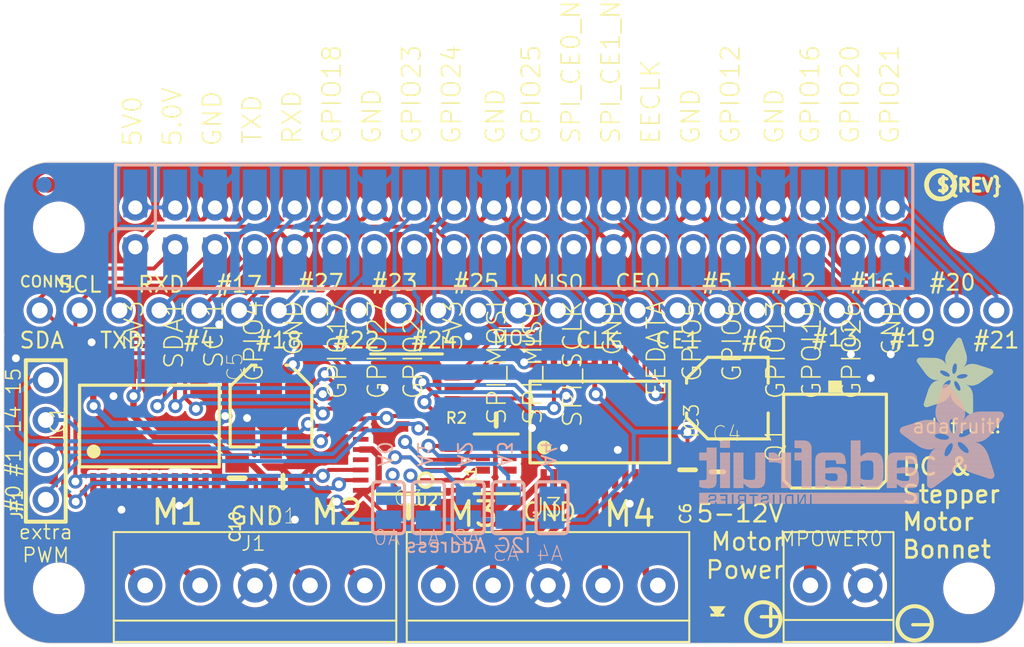
<source format=kicad_pcb>
(kicad_pcb (version 20221018) (generator pcbnew)
  (layers (0 "F.Cu" signal) (31 "B.Cu" signal) (34 "B.Paste" user) (35 "F.Paste" user) (36 "B.SilkS" user "B.Silkscreen") (37 "F.SilkS" user "F.Silkscreen") (38 "B.Mask" user) (39 "F.Mask" user) (44 "Edge.Cuts" user))
  (net 0 "")
  (net 1 "5.0V")
  (net 2 "SDA")
  (net 3 "SCL")
  (net 4 "GPIO4")
  (net 5 "GPIO17")
  (net 6 "GPIO27")
  (net 7 "GPIO22")
  (net 8 "SPI_MOSI")
  (net 9 "SPI_MISO")
  (net 10 "SPI_SCLK")
  (net 11 "GPIO5")
  (net 12 "GPIO6")
  (net 13 "GPIO13")
  (net 14 "GPIO19")
  (net 15 "GPIO26")
  (net 16 "3.3V")
  (net 17 "GND")
  (net 18 "TXD")
  (net 19 "RXD")
  (net 20 "GPIO18")
  (net 21 "GPIO24")
  (net 22 "GPIO25")
  (net 23 "SPI_CE0")
  (net 24 "SPI_CE1")
  (net 25 "EECLK")
  (net 26 "GPIO16")
  (net 27 "GPIO20")
  (net 28 "GPIO21")
  (net 29 "GPIO23")
  (net 30 "EEDATA")
  (net 31 "GPIO12")
  (net 32 "+12V")
  (net 33 "M1A")
  (net 34 "M1B")
  (net 35 "M2B")
  (net 36 "M2A")
  (net 37 "M3A")
  (net 38 "M3B")
  (net 39 "M4B")
  (net 40 "M4A")
  (net 41 "PWM0")
  (net 42 "PWM1")
  (net 43 "PWM2")
  (net 44 "PWM3")
  (net 45 "PWM4")
  (net 46 "PWM5")
  (net 47 "PWM6")
  (net 48 "PWM7")
  (net 49 "PWM8")
  (net 50 "PWM9")
  (net 51 "PWM10")
  (net 52 "PWM11")
  (net 53 "PWM12")
  (net 54 "PWM13")
  (net 55 "PWM14")
  (net 56 "PWM15")
  (net 57 "A0")
  (net 58 "A1")
  (net 59 "A2")
  (net 60 "A3")
  (net 61 "A4")
  (net 62 "VMOTOR")
  (net 63 "N$1")
  (footprint "working:FIDUCIAL_1MM" (layer "F.Cu") (at 180.0091 116.6508)
    (fp_text reference "FID2" hide)
    (fp_text value "FIDUCIAL_1MM" hide)
  )
  (footprint "working:FIDUCIAL_1MM" (layer "F.Cu") (at 117.0171 116.5238)
    (fp_text reference "FID3" hide)
    (fp_text value "FIDUCIAL_1MM" hide)
  )
  (footprint "working:SSOP24" (layer "F.Cu") (at 125.2721 106.4908)
    (fp_text reference "IC1")
    (fp_text value "TB6612FNG")
  )
  (footprint "working:CHIPLED_0805_NOOUTLINE" (layer "F.Cu") (at 161.4671 118.3018 180)
    (fp_text reference "LED1" hide)
    (fp_text value "Green")
  )
  (footprint "working:PCBFEAT-REV-040" (layer "F.Cu") (at 175.6911 91.1238)
    (fp_text reference "U$6" hide)
    (fp_text value "" hide)
  )
  (footprint "working:1X25_ROUND_70MIL" (layer "F.Cu") (at 148.7671 99.1248)
    (fp_text reference "CONN1")
    (fp_text value "HEADER-1X25")
  )
  (footprint "working:0603-NO" (layer "F.Cu") (at 141.7821 111.9518)
    (fp_text reference "C3")
    (fp_text value "0.1uF")
  )
  (footprint "working:PANASONIC_C" (layer "F.Cu") (at 133.0191 105.2208 90)
    (fp_text reference "C5")
    (fp_text value "47uF+/16v")
  )
  (footprint "working:SSOP24" (layer "F.Cu") (at 153.9741 106.2368)
    (fp_text reference "IC3")
    (fp_text value "TB6612FNG")
  )
  (footprint "working:D-PAK_TO252AA" (layer "F.Cu") (at 168.9601 106.6178 180)
    (fp_text reference "Q1")
    (fp_text value "AOD417")
  )
  (footprint "working:0603-NO" (layer "F.Cu") (at 133.7811 110.0468)
    (fp_text reference "C1")
    (fp_text value "0.1uF")
  )
  (footprint "working:FIDUCIAL_1MM" (layer "F.Cu") (at 118.7951 91.1238)
    (fp_text reference "FID1" hide)
    (fp_text value "FIDUCIAL_1MM" hide)
  )
  (footprint "working:PI_BONNET_THMSMT" (layer "F.Cu") (at 116.0011 120.3338)
    (fp_text reference "RPI1" hide)
    (fp_text value "RASPBERRYPI_BPLUS_BONNET_THMSMT" hide)
    (fp_line (start 0 -27.6604) (end 0 -3) (stroke (width 0.05)) (layer "Edge.Cuts"))
    (fp_line (start 3 0) (end 62 0) (stroke (width 0.05)) (layer "Edge.Cuts"))
    (fp_line (start 62 -30.6604) (end 3 -30.6604) (stroke (width 0.05)) (layer "Edge.Cuts"))
    (fp_line (start 65 -3) (end 65 -27.6604) (stroke (width 0.05)) (layer "Edge.Cuts"))
    (fp_arc (start 0 -27.6604) (mid 0.87868 -29.78172) (end 3 -30.6604) (stroke (width 0.05)) (layer "Edge.Cuts"))
    (fp_arc (start 3 0) (mid 0.87868 -0.87868) (end 0 -3) (stroke (width 0.05)) (layer "Edge.Cuts"))
    (fp_arc (start 62 -30.6604) (mid 64.12132 -29.78172) (end 65 -27.6604) (stroke (width 0.05)) (layer "Edge.Cuts"))
    (fp_arc (start 65 -3) (mid 64.12132 -0.87868) (end 62 0) (stroke (width 0.05)) (layer "Edge.Cuts"))
  )
  (footprint "working:0805-NO" (layer "F.Cu") (at 159.5621 109.2848 -90)
    (fp_text reference "C6")
    (fp_text value "10uF")
  )
  (footprint "working:1X05-3.5MM" (layer "F.Cu") (at 132.0031 116.6508)
    (fp_text reference "J1")
    (fp_text value "1X5" hide)
  )
  (footprint "working:ADAFRUIT_5MM" (layer "F.Cu") (at 174.1671 105.7288)
    (fp_text reference "U$51" hide)
    (fp_text value "" hide)
  )
  (footprint "working:0805-NO" (layer "F.Cu") (at 130.8601 109.7928 -90)
    (fp_text reference "C10")
    (fp_text value "10uF")
  )
  (footprint "working:1X2-3.5MM" (layer "F.Cu") (at 169.0871 116.6508)
    (fp_text reference "MPOWER0")
    (fp_text value "1X2-3.5MM" hide)
  )
  (footprint "working:TSSOP28" (layer "F.Cu") (at 141.6551 106.3638 90)
    (fp_text reference "U2")
    (fp_text value "PCA9685")
  )
  (footprint "working:RESPACK_4X0603" (layer "F.Cu") (at 147.3701 108.9038 90)
    (fp_text reference "R1")
    (fp_text value "10K")
  )
  (footprint "working:1X04_ROUND" (layer "F.Cu") (at 118.6681 107.3798 90)
    (fp_text reference "JP1")
    (fp_text value "")
  )
  (footprint "working:1X05-3.5MM" (layer "F.Cu") (at 150.6721 116.6508)
    (fp_text reference "J3")
    (fp_text value "1X5" hide)
  )
  (footprint "working:0603-NO" (layer "F.Cu") (at 161.4671 109.4118 90)
    (fp_text reference "R7" hide)
    (fp_text value "1K")
  )
  (footprint "working:0603-NO" (layer "F.Cu") (at 147.3701 106.1098 180)
    (fp_text reference "R2")
    (fp_text value "10K")
  )
  (footprint "working:PANASONIC_C" (layer "F.Cu") (at 162.1021 104.7128 180)
    (fp_text reference "C4")
    (fp_text value "47uF/16v")
  )
  (footprint "working:SOLDERJUMPER_REFLOW_NOPASTE" (layer "B.Cu") (at 140.5121 111.6978 90)
    (fp_text reference "A0")
    (fp_text value "" hide)
  )
  (footprint "working:SOLDERJUMPER_REFLOW_NOPASTE" (layer "B.Cu") (at 148.1321 111.6978 -90)
    (fp_text reference "A3")
    (fp_text value "" hide)
  )
  (footprint "working:SOLDERJUMPER_REFLOW_NOPASTE" (layer "B.Cu") (at 150.9261 111.6978 -90)
    (fp_text reference "A4")
    (fp_text value "" hide)
  )
  (footprint "working:ADAFRUIT_TEXT_20MM" (layer "B.Cu") (at 179.8821 111.4438 180)
    (fp_text reference "U$8" hide)
    (fp_text value "" hide)
  )
  (footprint "working:SOLDERJUMPER_REFLOW_NOPASTE" (layer "B.Cu") (at 143.0521 111.6978 90)
    (fp_text reference "A1")
    (fp_text value "" hide)
  )
  (footprint "working:SOLDERJUMPER_REFLOW_NOPASTE" (layer "B.Cu") (at 145.5921 111.6978 90)
    (fp_text reference "A2")
    (fp_text value "" hide)
  )
  (gr_circle (center 164.3881 118.8098) (end 165.4805 118.8098) (stroke (width 0.254)) (fill none) (layer "F.SilkS"))
  (gr_circle (center 174.0401 119.0638) (end 175.1325 119.0638) (stroke (width 0.254)) (fill none) (layer "F.SilkS"))
  (gr_line (start 117.3981 112.5868) (end 119.9381 112.5868) (stroke (width 0.254)) (layer "F.SilkS"))
  (gr_line (start 117.3981 102.2998) (end 117.3981 112.5868) (stroke (width 0.254)) (layer "F.SilkS"))
  (gr_line (start 119.9381 112.5868) (end 119.9381 102.2998) (stroke (width 0.254)) (layer "F.SilkS"))
  (gr_line (start 119.9381 102.2998) (end 117.3981 102.2998) (stroke (width 0.254)) (layer "F.SilkS"))
  (gr_line (start 116.0011 100.7758) (end 116.0011 100.6488) (stroke (width 0.05)) (layer "Edge.Cuts"))
  (gr_text "A1" (at 142.7981 108.2688 -90) (layer "B.SilkS") (effects (font (size 0.89408 0.89408) (thickness 0.12192)) (justify mirror)))
  (gr_text "A2" (at 145.3381 108.2688 -90) (layer "B.SilkS") (effects (font (size 0.89408 0.89408) (thickness 0.12192)) (justify mirror)))
  (gr_text "A3" (at 147.8781 108.2688 -90) (layer "B.SilkS") (effects (font (size 0.89408 0.89408) (thickness 0.12192)) (justify mirror)))
  (gr_text "A4" (at 150.6721 108.2688 -90) (layer "B.SilkS") (effects (font (size 0.89408 0.89408) (thickness 0.12192)) (justify mirror)))
  (gr_text "A0" (at 140.2581 108.2688 -90) (layer "B.SilkS") (effects (font (size 0.89408 0.89408) (thickness 0.12192)) (justify mirror)))
  (gr_text "I2C Address" (at 145.5921 114.1108) (layer "B.SilkS") (effects (font (size 0.89408 0.89408) (thickness 0.12192)) (justify mirror)))
  (gr_text "#23" (at 140.8931 97.3468) (layer "F.SilkS") (effects (font (size 1.00584 1.00584) (thickness 0.13716))))
  (gr_text "adafruit!" (at 179.6281 105.9828) (layer "F.SilkS") (effects (font (size 0.89408 0.89408) (thickness 0.12192)) (justify right top)))
  (gr_text "#5" (at 161.4671 97.3468) (layer "F.SilkS") (effects (font (size 1.00584 1.00584) (thickness 0.13716))))
  (gr_text "M1" (at 128.8281 111.0628) (layer "F.SilkS") (effects (font (size 1.56464 1.56464) (thickness 0.21336)) (justify right top)))
  (gr_text "15" (at 117.1441 104.5858 90) (layer "F.SilkS") (effects (font (size 0.9144 0.9144) (thickness 0.1016)) (justify left bottom)))
  (gr_text "MISO" (at 151.3071 97.3468) (layer "F.SilkS") (effects (font (size 0.89408 0.89408) (thickness 0.12192))))
  (gr_text "MOSI" (at 148.7671 100.9028) (layer "F.SilkS") (effects (font (size 0.89408 0.89408) (thickness 0.12192))))
  (gr_text "extra\nPWM" (at 118.6681 113.9838) (layer "F.SilkS") (effects (font (size 0.9144 0.9144) (thickness 0.1016))))
  (gr_text "#16" (at 171.3731 97.3468) (layer "F.SilkS") (effects (font (size 1.00584 1.00584) (thickness 0.13716))))
  (gr_text "#1" (at 117.1441 109.7928 90) (layer "F.SilkS") (effects (font (size 0.9144 0.9144) (thickness 0.1016)) (justify left bottom)))
  (gr_text "#12" (at 166.2931 97.3468) (layer "F.SilkS") (effects (font (size 1.00584 1.00584) (thickness 0.13716))))
  (gr_text "TXD" (at 123.4941 101.0298) (layer "F.SilkS") (effects (font (size 1.00584 1.00584) (thickness 0.13716))))
  (gr_text "SCL" (at 120.8271 97.4738) (layer "F.SilkS") (effects (font (size 1.00584 1.00584) (thickness 0.13716))))
  (gr_text "#25" (at 146.1001 97.3468) (layer "F.SilkS") (effects (font (size 1.00584 1.00584) (thickness 0.13716))))
  (gr_text "#20" (at 176.4531 97.3468) (layer "F.SilkS") (effects (font (size 1.00584 1.00584) (thickness 0.13716))))
  (gr_text "CLK" (at 153.8471 101.0298) (layer "F.SilkS") (effects (font (size 1.00584 1.00584) (thickness 0.13716))))
  (gr_text "CE0" (at 156.3871 97.3468) (layer "F.SilkS") (effects (font (size 1.00584 1.00584) (thickness 0.13716))))
  (gr_text "RXD" (at 126.0341 97.4738) (layer "F.SilkS") (effects (font (size 1.00584 1.00584) (thickness 0.13716))))
  (gr_text "+" (at 163.7531 119.4448) (layer "F.SilkS") (effects (font (size 1.56464 1.56464) (thickness 0.21336)) (justify left bottom)))
  (gr_text "#17" (at 130.9871 97.4738) (layer "F.SilkS") (effects (font (size 1.00584 1.00584) (thickness 0.13716))))
  (gr_text "M3" (at 147.6241 111.1898) (layer "F.SilkS") (effects (font (size 1.56464 1.56464) (thickness 0.21336)) (justify right top)))
  (gr_text "#0" (at 117.1441 112.0788 90) (layer "F.SilkS") (effects (font (size 0.9144 0.9144) (thickness 0.1016)) (justify left bottom)))
  (gr_text "GND" (at 133.9081 111.5708) (layer "F.SilkS") (effects (font (size 1.1176 1.1176) (thickness 0.1524)) (justify right top)))
  (gr_text "-" (at 173.4051 119.9528) (layer "F.SilkS") (effects (font (size 1.56464 1.56464) (thickness 0.21336)) (justify left bottom)))
  (gr_text "#21" (at 179.2471 101.0298) (layer "F.SilkS") (effects (font (size 1.00584 1.00584) (thickness 0.13716))))
  (gr_text "SDA" (at 118.4141 101.0298) (layer "F.SilkS") (effects (font (size 1.00584 1.00584) (thickness 0.13716))))
  (gr_text "#18" (at 133.5271 101.0298) (layer "F.SilkS") (effects (font (size 1.00584 1.00584) (thickness 0.13716))))
  (gr_text "5-12V\nMotor\nPower" (at 165.7851 113.8568) (layer "F.SilkS") (effects (font (size 1.1176 1.1176) (thickness 0.1524)) (justify right)))
  (gr_text "#27" (at 136.1941 97.3468) (layer "F.SilkS") (effects (font (size 1.00584 1.00584) (thickness 0.13716))))
  (gr_text "CE1" (at 158.9271 101.0298) (layer "F.SilkS") (effects (font (size 1.00584 1.00584) (thickness 0.13716))))
  (gr_text "DC &\nStepper\nMotor\nBonnet" (at 173.1511 114.9998) (layer "F.SilkS") (effects (font (size 1.0922 1.0922) (thickness 0.1778)) (justify left bottom)))
  (gr_text "#19" (at 173.9131 100.9028) (layer "F.SilkS") (effects (font (size 1.00584 1.00584) (thickness 0.13716))))
  (gr_text "GND" (at 152.5771 111.3168) (layer "F.SilkS") (effects (font (size 1.1176 1.1176) (thickness 0.1524)) (justify right top)))
  (gr_text "M2" (at 138.9881 111.0628) (layer "F.SilkS") (effects (font (size 1.56464 1.56464) (thickness 0.21336)) (justify right top)))
  (gr_text "#24" (at 143.4331 101.0298) (layer "F.SilkS") (effects (font (size 1.00584 1.00584) (thickness 0.13716))))
  (gr_text "#4" (at 128.4471 101.0298) (layer "F.SilkS") (effects (font (size 1.00584 1.00584) (thickness 0.13716))))
  (gr_text "M4" (at 157.6571 111.1898) (layer "F.SilkS") (effects (font (size 1.56464 1.56464) (thickness 0.21336)) (justify right top)))
  (gr_text "14" (at 117.1441 106.9988 90) (layer "F.SilkS") (effects (font (size 0.9144 0.9144) (thickness 0.1016)) (justify left bottom)))
  (gr_text "#13" (at 168.9601 100.9028) (layer "F.SilkS") (effects (font (size 1.00584 1.00584) (thickness 0.13716))))
  (gr_text "#22" (at 138.4801 101.0298) (layer "F.SilkS") (effects (font (size 1.00584 1.00584) (thickness 0.13716))))
  (gr_text "#6" (at 164.0071 101.0298) (layer "F.SilkS") (effects (font (size 1.00584 1.00584) (thickness 0.13716))))
  (segment (start 124.3711 91.6768) (end 124.3707 91.6764) (width 0.254) (layer "B.Cu") (net 1))
  (segment (start 125.2581 92.5638) (end 124.3707 91.6764) (width 0.254) (layer "B.Cu") (net 1))
  (segment (start 124.3711 91.6768) (end 124.3711 92.5638) (width 0.254) (layer "B.Cu") (net 1))
  (segment (start 126.9111 92.5638) (end 125.2581 92.5638) (width 0.254) (layer "B.Cu") (net 1))
  (segment (start 126.9111 91.6768) (end 126.9111 92.5638) (width 0.254) (layer "B.Cu") (net 1))
  (segment (start 126.9111 91.6768) (end 126.9107 91.6764) (width 0.254) (layer "B.Cu") (net 1))
  (segment (start 120.09835 109.37855) (end 119.77215 109.70475) (width 0.254) (layer "F.Cu") (net 2))
  (segment (start 118.5411 99.1248) (end 118.2871 99.1248) (width 0.254) (layer "F.Cu") (net 2))
  (segment (start 125.5571 96.4578) (end 120.1921 96.4578) (width 0.254) (layer "F.Cu") (net 2))
  (segment (start 119.77215 110.51585) (end 120.5731 111.3168) (width 0.254) (layer "F.Cu") (net 2))
  (segment (start 138.7373 109.9388) (end 137.617312 109.9388) (width 0.254) (layer "F.Cu") (net 2))
  (segment (start 119.77215 109.70475) (end 119.77215 110.51585) (width 0.254) (layer "F.Cu") (net 2))
  (segment (start 120.09835 100.68205) (end 120.09835 109.37855) (width 0.254) (layer "F.Cu") (net 2))
  (segment (start 137.617312 109.9388) (end 137.348912 110.2072) (width 0.254) (layer "F.Cu") (net 2))
  (segment (start 120.1921 96.4578) (end 118.2871 98.3628) (width 0.254) (layer "F.Cu") (net 2))
  (segment (start 126.9111 95.1038) (end 125.5571 96.4578) (width 0.254) (layer "F.Cu") (net 2))
  (segment (start 118.2871 98.3628) (end 118.2871 99.1248) (width 0.254) (layer "F.Cu") (net 2))
  (segment (start 118.5411 99.1248) (end 120.09835 100.68205) (width 0.254) (layer "F.Cu") (net 2))
  (via (at 120.5731 111.3168) (size 0.9064) (drill 0.5) (layers "F.Cu" "B.Cu") (net 2))
  (via (at 137.348912 110.2072) (size 0.9064) (drill 0.5) (layers "F.Cu" "B.Cu") (net 2))
  (segment (start 135.6353 110.123) (end 121.6399 110.123) (width 0.254) (layer "B.Cu") (net 2))
  (segment (start 135.6353 110.123) (end 135.961496 110.449197) (width 0.254) (layer "B.Cu") (net 2))
  (segment (start 135.961496 110.449197) (end 137.106915 110.449197) (width 0.254) (layer "B.Cu") (net 2))
  (segment (start 120.5731 111.3168) (end 120.4461 111.3168) (width 0.254) (layer "B.Cu") (net 2))
  (segment (start 137.106915 110.449197) (end 137.348912 110.2072) (width 0.254) (layer "B.Cu") (net 2))
  (segment (start 121.6399 110.123) (end 120.4461 111.3168) (width 0.254) (layer "B.Cu") (net 2))
  (segment (start 126.9111 95.994) (end 126.9107 95.9944) (width 0.254) (layer "B.Cu") (net 2))
  (segment (start 126.9111 95.1038) (end 126.9111 95.994) (width 0.254) (layer "B.Cu") (net 2))
  (segment (start 138.7373 109.2888) (end 136.6981 109.2888) (width 0.254) (layer "F.Cu") (net 3))
  (segment (start 136.6981 109.2888) (end 136.3211 109.6658) (width 0.254) (layer "F.Cu") (net 3))
  (segment (start 122.3511 97.0928) (end 120.8271 98.6168) (width 0.254) (layer "F.Cu") (net 3))
  (segment (start 120.8271 99.1248) (end 120.55555 99.39635) (width 0.254) (layer "F.Cu") (net 3))
  (segment (start 120.55555 99.39635) (end 120.55555 110.02925) (width 0.254) (layer "F.Cu") (net 3))
  (segment (start 120.8271 98.6168) (end 120.8271 99.1248) (width 0.254) (layer "F.Cu") (net 3))
  (segment (start 129.4511 95.1038) (end 127.4621 97.0928) (width 0.254) (layer "F.Cu") (net 3))
  (segment (start 127.4621 97.0928) (end 122.3511 97.0928) (width 0.254) (layer "F.Cu") (net 3))
  (via (at 136.3211 109.6658) (size 0.9064) (drill 0.5) (layers "F.Cu" "B.Cu") (net 3))
  (via (at 120.55555 110.02925) (size 0.9064) (drill 0.5) (layers "F.Cu" "B.Cu") (net 3))
  (segment (start 129.4511 95.994) (end 129.4507 95.9944) (width 0.254) (layer "B.Cu") (net 3))
  (segment (start 136.3211 109.6658) (end 120.919 109.6658) (width 0.254) (layer "B.Cu") (net 3))
  (segment (start 120.919 109.6658) (end 120.55555 110.02925) (width 0.254) (layer "B.Cu") (net 3))
  (segment (start 129.4511 95.1038) (end 129.4511 95.994) (width 0.254) (layer "B.Cu") (net 3))
  (segment (start 131.9911 95.1038) (end 131.9911 95.5808) (width 0.254) (layer "F.Cu") (net 4))
  (segment (start 131.9911 95.5808) (end 128.4471 99.1248) (width 0.254) (layer "F.Cu") (net 4))
  (segment (start 131.9907 95.1042) (end 131.9907 95.9944) (width 0.254) (layer "B.Cu") (net 4))
  (segment (start 131.9911 95.1038) (end 131.9907 95.1042) (width 0.254) (layer "B.Cu") (net 4))
  (segment (start 137.0711 97.1048) (end 136.3211 97.8548) (width 0.254) (layer "F.Cu") (net 5))
  (segment (start 137.0711 95.1038) (end 137.0711 97.1048) (width 0.254) (layer "F.Cu") (net 5))
  (segment (start 132.2571 97.8548) (end 130.9871 99.1248) (width 0.254) (layer "F.Cu") (net 5))
  (segment (start 136.3211 97.8548) (end 132.2571 97.8548) (width 0.254) (layer "F.Cu") (net 5))
  (segment (start 137.0707 95.1042) (end 137.0707 95.9944) (width 0.254) (layer "B.Cu") (net 5))
  (segment (start 137.0711 95.1038) (end 137.0707 95.1042) (width 0.254) (layer "B.Cu") (net 5))
  (segment (start 139.6107 95.9944) (end 139.6107 96.3432) (width 0.254) (layer "B.Cu") (net 6))
  (segment (start 139.6107 95.1042) (end 139.6107 95.9944) (width 0.254) (layer "B.Cu") (net 6))
  (segment (start 139.6107 96.3432) (end 136.8291 99.1248) (width 0.254) (layer "B.Cu") (net 6))
  (segment (start 139.6111 95.1038) (end 139.6107 95.1042) (width 0.254) (layer "B.Cu") (net 6))
  (segment (start 136.8291 99.1248) (end 136.0671 99.1248) (width 0.254) (layer "B.Cu") (net 6))
  (segment (start 142.4171 98.3628) (end 142.4171 99.7598) (width 0.254) (layer "B.Cu") (net 7))
  (segment (start 139.8771 100.3948) (end 138.6071 99.1248) (width 0.254) (layer "B.Cu") (net 7))
  (segment (start 142.4171 99.7598) (end 141.7821 100.3948) (width 0.254) (layer "B.Cu") (net 7))
  (segment (start 142.1507 95.1042) (end 142.1507 95.9944) (width 0.2032) (layer "B.Cu") (net 7))
  (segment (start 142.1507 98.0964) (end 142.4171 98.3628) (width 0.254) (layer "B.Cu") (net 7))
  (segment (start 141.7821 100.3948) (end 139.8771 100.3948) (width 0.254) (layer "B.Cu") (net 7))
  (segment (start 142.1507 95.9944) (end 142.1507 98.0964) (width 0.254) (layer "B.Cu") (net 7))
  (segment (start 142.1511 95.1038) (end 142.1507 95.1042) (width 0.2032) (layer "B.Cu") (net 7))
  (segment (start 147.2307 95.9944) (end 147.2311 95.9944) (width 0.254) (layer "B.Cu") (net 8))
  (segment (start 147.2311 95.9944) (end 147.2311 95.1038) (width 0.254) (layer "B.Cu") (net 8))
  (segment (start 147.2307 95.9944) (end 147.2307 97.5884) (width 0.254) (layer "B.Cu") (net 8))
  (segment (start 147.2307 97.5884) (end 148.7671 99.1248) (width 0.254) (layer "B.Cu") (net 8))
  (segment (start 149.7707 97.5884) (end 151.3071 99.1248) (width 0.254) (layer "B.Cu") (net 9))
  (segment (start 149.7707 95.9944) (end 149.7707 97.5884) (width 0.254) (layer "B.Cu") (net 9))
  (segment (start 149.7707 95.1042) (end 149.7707 95.9944) (width 0.254) (layer "B.Cu") (net 9))
  (segment (start 149.7711 95.1038) (end 149.7707 95.1042) (width 0.254) (layer "B.Cu") (net 9))
  (segment (start 152.3107 95.9944) (end 152.3107 97.5884) (width 0.254) (layer "B.Cu") (net 10))
  (segment (start 152.3111 95.1038) (end 152.3107 95.1042) (width 0.254) (layer "B.Cu") (net 10))
  (segment (start 152.3107 95.1042) (end 152.3107 95.9944) (width 0.254) (layer "B.Cu") (net 10))
  (segment (start 152.3107 97.5884) (end 153.8471 99.1248) (width 0.254) (layer "B.Cu") (net 10))
  (segment (start 159.9311 95.1038) (end 159.9307 95.1042) (width 0.254) (layer "B.Cu") (net 11))
  (segment (start 159.9307 97.5884) (end 161.4671 99.1248) (width 0.254) (layer "B.Cu") (net 11))
  (segment (start 159.9307 95.1042) (end 159.9307 95.9944) (width 0.254) (layer "B.Cu") (net 11))
  (segment (start 159.9307 95.9944) (end 159.9307 97.5884) (width 0.254) (layer "B.Cu") (net 11))
  (segment (start 162.4711 95.994) (end 162.4707 95.9944) (width 0.254) (layer "B.Cu") (net 12))
  (segment (start 162.4707 97.5884) (end 164.0071 99.1248) (width 0.254) (layer "B.Cu") (net 12))
  (segment (start 162.4707 95.9944) (end 162.4707 97.5884) (width 0.254) (layer "B.Cu") (net 12))
  (segment (start 162.4711 95.1038) (end 162.4711 95.994) (width 0.254) (layer "B.Cu") (net 12))
  (segment (start 167.8171 97.8548) (end 166.658125 97.8548) (width 0.254) (layer "B.Cu") (net 13))
  (segment (start 166.658125 97.8548) (end 165.0107 96.207375) (width 0.254) (layer "B.Cu") (net 13))
  (segment (start 165.0107 95.9944) (end 165.0107 96.207375) (width 0.254) (layer "B.Cu") (net 13))
  (segment (start 165.0111 95.1038) (end 165.0107 95.1042) (width 0.254) (layer "B.Cu") (net 13))
  (segment (start 165.0107 95.1042) (end 165.0107 95.9944) (width 0.254) (layer "B.Cu") (net 13))
  (segment (start 169.0871 99.1248) (end 167.8171 97.8548) (width 0.254) (layer "B.Cu") (net 13))
  (segment (start 169.540103 97.0928) (end 167.5511 95.1038) (width 0.254) (layer "F.Cu") (net 14))
  (segment (start 172.3891 97.0928) (end 169.540103 97.0928) (width 0.254) (layer "F.Cu") (net 14))
  (segment (start 174.1671 98.8708) (end 174.1671 99.1248) (width 0.254) (layer "F.Cu") (net 14))
  (segment (start 174.1671 98.8708) (end 172.3891 97.0928) (width 0.254) (layer "F.Cu") (net 14))
  (segment (start 167.5507 95.1042) (end 167.5507 95.9944) (width 0.254) (layer "B.Cu") (net 14))
  (segment (start 167.5511 95.1038) (end 167.5507 95.1042) (width 0.254) (layer "B.Cu") (net 14))
  (segment (start 170.0911 95.994) (end 170.0907 95.9944) (width 0.254) (layer "B.Cu") (net 15))
  (segment (start 170.0911 95.1038) (end 170.0911 95.994) (width 0.254) (layer "B.Cu") (net 15))
  (segment (start 140.1003 111.9518) (end 138.8457 110.6972) (width 0.254) (layer "F.Cu") (net 16))
  (segment (start 140.9321 111.9518) (end 140.1003 111.9518) (width 0.254) (layer "F.Cu") (net 16))
  (segment (start 124.2971 104.5448) (end 124.2561 104.5858) (width 0.254) (layer "F.Cu") (net 16))
  (segment (start 139.4701 107.9888) (end 138.7373 107.9888) (width 0.4064) (layer "F.Cu") (net 16))
  (segment (start 137.2101 111.3168) (end 133.5271 111.3168) (width 0.4064) (layer "F.Cu") (net 16))
  (segment (start 153.6491 102.6118) (end 152.9991 102.6118) (width 0.3048) (layer "F.Cu") (net 16))
  (segment (start 139.8771 108.3958) (end 139.8771 110.0468) (width 0.4064) (layer "F.Cu") (net 16))
  (segment (start 138.8457 110.6972) (end 138.2261 111.3168) (width 0.4064) (layer "F.Cu") (net 16))
  (segment (start 138.2261 111.3168) (end 137.2101 111.3168) (width 0.4064) (layer "F.Cu") (net 16))
  (segment (start 132.9311 110.0468) (end 131.7271 108.8428) (width 0.4064) (layer "F.Cu") (net 16))
  (segment (start 159.341609 108.11431) (end 159.5621 108.3348) (width 0.3048) (layer "F.Cu") (net 16))
  (segment (start 124.297096 104.544804) (end 124.2561 104.5858) (width 0.254) (layer "F.Cu") (net 16))
  (segment (start 153.7201 104.4588) (end 153.6491 104.3878) (width 0.3048) (layer "F.Cu") (net 16))
  (segment (start 132.9311 110.0468) (end 132.9311 110.7208) (width 0.4064) (layer "F.Cu") (net 16))
  (segment (start 124.2561 104.5858) (end 124.2561 105.8558) (width 0.4064) (layer "F.Cu") (net 16))
  (segment (start 138.8457 110.6972) (end 138.7822 110.6337) (width 0.254) (layer "F.Cu") (net 16))
  (segment (start 125.6531 107.2528) (end 129.2701 107.2528) (width 0.4064) (layer "F.Cu") (net 16))
  (segment (start 139.8771 108.3958) (end 139.4701 107.9888) (width 0.4064) (layer "F.Cu") (net 16))
  (segment (start 124.2561 105.8558) (end 125.6531 107.2528) (width 0.4064) (layer "F.Cu") (net 16))
  (segment (start 159.5621 108.3348) (end 159.5621 106.8718) (width 0.254) (layer "F.Cu") (net 16))
  (segment (start 139.2902 110.6337) (end 138.7822 110.6337) (width 0.4064) (layer "F.Cu") (net 16))
  (segment (start 138.7822 110.6337) (end 138.7373 110.5888) (width 0.254) (layer "F.Cu") (net 16))
  (segment (start 139.8771 110.0468) (end 139.2902 110.6337) (width 0.4064) (layer "F.Cu") (net 16))
  (segment (start 143.3781 93.7908) (end 144.6911 95.1038) (width 0.254) (layer "F.Cu") (net 16))
  (segment (start 124.9471 102.8658) (end 124.2971 102.8658) (width 0.254) (layer "F.Cu") (net 16))
  (segment (start 125.6841 93.7908) (end 124.3711 95.1038) (width 0.254) (layer "F.Cu") (net 16))
  (segment (start 124.2971 102.8658) (end 124.2971 104.5448) (width 0.254) (layer "F.Cu") (net 16))
  (segment (start 153.6491 102.6118) (end 153.6491 104.3878) (width 0.3048) (layer "F.Cu") (net 16))
  (segment (start 129.2701 107.2528) (end 130.8601 108.8428) (width 0.4064) (layer "F.Cu") (net 16))
  (segment (start 131.7271 108.8428) (end 130.8601 108.8428) (width 0.4064) (layer "F.Cu") (net 16))
  (segment (start 125.6841 93.7908) (end 143.3781 93.7908) (width 0.254) (layer "F.Cu") (net 16))
  (segment (start 133.5271 111.3168) (end 132.9311 110.7208) (width 0.4064) (layer "F.Cu") (net 16))
  (via (at 137.2101 111.3168) (size 0.9064) (drill 0.5) (layers "F.Cu" "B.Cu") (net 16))
  (via (at 124.2561 104.5858) (size 0.9064) (drill 0.5) (layers "F.Cu" "B.Cu") (net 16))
  (via (at 153.7201 104.4588) (size 0.9064) (drill 0.5) (layers "F.Cu" "B.Cu") (net 16))
  (via (at 159.5621 106.8718) (size 0.9064) (drill 0.5) (layers "F.Cu" "B.Cu") (net 16))
  (segment (start 148.1321 112.4598) (end 150.9261 112.4598) (width 0.254) (layer "B.Cu") (net 16))
  (segment (start 156.1331 109.4118) (end 153.0851 112.4598) (width 0.254) (layer "B.Cu") (net 16))
  (segment (start 159.5621 106.8718) (end 156.1331 106.8718) (width 0.3048) (layer "B.Cu") (net 16))
  (segment (start 140.5121 112.4598) (end 138.3531 112.4598) (width 0.254) (layer "B.Cu") (net 16))
  (segment (start 124.6371 104.2048) (end 124.2561 104.5858) (width 0.254) (layer "B.Cu") (net 16))
  (segment (start 124.3711 95.994) (end 124.3707 95.9944) (width 0.254) (layer "B.Cu") (net 16))
  (segment (start 153.0851 112.4598) (end 150.9261 112.4598) (width 0.254) (layer "B.Cu") (net 16))
  (segment (start 144.6911 95.994) (end 144.6911 95.1038) (width 0.254) (layer "B.Cu") (net 16))
  (segment (start 124.6371 96.2608) (end 124.3707 95.9944) (width 0.254) (layer "B.Cu") (net 16))
  (segment (start 145.5921 112.4598) (end 148.1321 112.4598) (width 0.254) (layer "B.Cu") (net 16))
  (segment (start 156.1331 106.8718) (end 153.7201 104.4588) (width 0.3048) (layer "B.Cu") (net 16))
  (segment (start 145.5921 112.4598) (end 143.0521 112.4598) (width 0.254) (layer "B.Cu") (net 16))
  (segment (start 144.6907 95.9944) (end 144.6911 95.994) (width 0.254) (layer "B.Cu") (net 16))
  (segment (start 138.3531 112.4598) (end 137.2101 111.3168) (width 0.254) (layer "B.Cu") (net 16))
  (segment (start 143.0521 112.4598) (end 140.5121 112.4598) (width 0.254) (layer "B.Cu") (net 16))
  (segment (start 124.6371 96.2608) (end 124.6371 104.2048) (width 0.254) (layer "B.Cu") (net 16))
  (segment (start 156.1331 106.8718) (end 156.1331 109.4118) (width 0.254) (layer "B.Cu") (net 16))
  (segment (start 124.3711 95.1038) (end 124.3711 95.994) (width 0.254) (layer "B.Cu") (net 16))
  (via (at 172.5161 101.9188) (size 0.9064) (drill 0.5) (layers "F.Cu" "B.Cu") (net 17))
  (via (at 171.2461 103.4428) (size 0.9064) (drill 0.5) (layers "F.Cu" "B.Cu") (net 17))
  (via (at 122.9861 104.5858) (size 0.9064) (drill 0.5) (layers "F.Cu" "B.Cu") (net 17))
  (via (at 134.5431 112.4598) (size 0.9064) (drill 0.5) (layers "F.Cu" "B.Cu") (net 17))
  (via (at 145.5921 100.7758) (size 0.9064) (drill 0.5) (layers "F.Cu" "B.Cu") (net 17))
  (via (at 155.1171 108.0148) (size 0.9064) (drill 0.5) (layers "F.Cu" "B.Cu") (net 17))
  (via (at 149.6561 106.6178) (size 0.9064) (drill 0.5) (layers "F.Cu" "B.Cu") (net 17))
  (via (at 123.4941 111.8248) (size 0.9064) (drill 0.5) (layers "F.Cu" "B.Cu") (net 17))
  (via (at 169.9761 101.9188) (size 0.9064) (drill 0.5) (layers "F.Cu" "B.Cu") (net 17))
  (via (at 151.6881 107.8878) (size 0.9064) (drill 0.5) (layers "F.Cu" "B.Cu") (net 17))
  (via (at 121.5891 101.1568) (size 0.9064) (drill 0.5) (layers "F.Cu" "B.Cu") (net 17))
  (via (at 129.7171 100.0138) (size 0.9064) (drill 0.5) (layers "F.Cu" "B.Cu") (net 17))
  (via (at 140.2581 104.0778) (size 0.9064) (drill 0.5) (layers "F.Cu" "B.Cu") (net 17))
  (via (at 131.4951 105.9828) (size 0.9064) (drill 0.5) (layers "F.Cu" "B.Cu") (net 17))
  (via (at 116.7631 102.1728) (size 0.9064) (drill 0.5) (layers "F.Cu" "B.Cu") (net 17))
  (via (at 127.1771 111.5708) (size 0.9064) (drill 0.5) (layers "F.Cu" "B.Cu") (net 17))
  (via (at 155.8791 111.4438) (size 0.9064) (drill 0.5) (layers "F.Cu" "B.Cu") (net 17))
  (segment (start 129.4507 91.6764) (end 129.4507 92.5634) (width 0.254) (layer "B.Cu") (net 17))
  (segment (start 134.5307 95.1042) (end 134.5307 95.9944) (width 0.254) (layer "B.Cu") (net 17))
  (segment (start 134.5311 95.1038) (end 134.5307 95.1042) (width 0.254) (layer "B.Cu") (net 17))
  (segment (start 129.4511 92.5638) (end 129.4507 92.5634) (width 0.254) (layer "B.Cu") (net 17))
  (segment (start 131.9911 92.5638) (end 131.9911 92.6598) (width 0.254) (layer "B.Cu") (net 18))
  (segment (start 122.9861 94.2988) (end 122.9861 98.7438) (width 0.254) (layer "B.Cu") (net 18))
  (segment (start 131.9911 92.5638) (end 131.9907 92.5634) (width 0.254) (layer "B.Cu") (net 18))
  (segment (start 123.3671 99.1248) (end 122.9861 98.7438) (width 0.254) (layer "B.Cu") (net 18))
  (segment (start 123.4941 93.7908) (end 122.9861 94.2988) (width 0.254) (layer "B.Cu") (net 18))
  (segment (start 131.9911 92.6598) (end 130.8601 93.7908) (width 0.254) (layer "B.Cu") (net 18))
  (segment (start 131.9907 91.6764) (end 131.9907 92.5634) (width 0.254) (layer "B.Cu") (net 18))
  (segment (start 130.8601 93.7908) (end 123.4941 93.7908) (width 0.254) (layer "B.Cu") (net 18))
  (segment (start 133.1461 94.5528) (end 133.1461 94.606432) (width 0.254) (layer "B.Cu") (net 19))
  (segment (start 127.0501 97.9818) (end 125.9071 99.1248) (width 0.254) (layer "B.Cu") (net 19))
  (segment (start 133.1461 94.606432) (end 133.1595 94.619832) (width 0.254) (layer "B.Cu") (net 19))
  (segment (start 134.5307 91.6764) (end 134.5307 92.5634) (width 0.254) (layer "B.Cu") (net 19))
  (segment (start 127.963131 97.9564) (end 127.937731 97.9818) (width 0.254) (layer "B.Cu") (net 19))
  (segment (start 127.937731 97.9818) (end 127.0501 97.9818) (width 0.254) (layer "B.Cu") (net 19))
  (segment (start 134.5307 92.5634) (end 134.5311 92.5638) (width 0.254) (layer "B.Cu") (net 19))
  (segment (start 132.781675 97.9564) (end 127.963131 97.9564) (width 0.254) (layer "B.Cu") (net 19))
  (segment (start 134.5307 91.6764) (end 134.5307 93.1682) (width 0.254) (layer "B.Cu") (net 19))
  (segment (start 133.1595 94.619832) (end 133.1595 97.578575) (width 0.254) (layer "B.Cu") (net 19))
  (segment (start 134.5307 93.1682) (end 133.1461 94.5528) (width 0.254) (layer "B.Cu") (net 19))
  (segment (start 133.1595 97.578575) (end 132.781675 97.9564) (width 0.254) (layer "B.Cu") (net 19))
  (segment (start 137.0711 92.5638) (end 135.8131 93.8218) (width 0.254) (layer "B.Cu") (net 20))
  (segment (start 137.0707 91.6764) (end 137.0707 92.5634) (width 0.254) (layer "B.Cu") (net 20))
  (segment (start 134.7971 97.8548) (end 133.5271 99.1248) (width 0.254) (layer "B.Cu") (net 20))
  (segment (start 135.8131 93.8218) (end 135.8131 97.8548) (width 0.254) (layer "B.Cu") (net 20))
  (segment (start 135.8131 97.8548) (end 134.7971 97.8548) (width 0.254) (layer "B.Cu") (net 20))
  (segment (start 137.0711 92.5638) (end 137.0707 92.5634) (width 0.254) (layer "B.Cu") (net 20))
  (segment (start 143.4331 93.9178) (end 143.4331 98.8708) (width 0.254) (layer "B.Cu") (net 21))
  (segment (start 144.6911 92.5638) (end 144.6907 92.5634) (width 0.254) (layer "B.Cu") (net 21))
  (segment (start 143.6871 99.1248) (end 143.4331 98.8708) (width 0.254) (layer "B.Cu") (net 21))
  (segment (start 144.6907 92.6602) (end 143.4331 93.9178) (width 0.254) (layer "B.Cu") (net 21))
  (segment (start 144.6907 91.6764) (end 144.6907 92.6602) (width 0.254) (layer "B.Cu") (net 21))
  (segment (start 144.6907 91.6764) (end 144.6907 92.5634) (width 0.254) (layer "B.Cu") (net 21))
  (segment (start 149.7707 91.6764) (end 149.7707 92.5642) (width 0.254) (layer "B.Cu") (net 22))
  (segment (start 149.5291 100.3948) (end 147.4971 100.3948) (width 0.254) (layer "B.Cu") (net 22))
  (segment (start 148.6785 97.6392) (end 148.6785 97.655175) (width 0.254) (layer "B.Cu") (net 22))
  (segment (start 148.5131 93.8218) (end 148.5131 97.4738) (width 0.254) (layer "B.Cu") (net 22))
  (segment (start 147.4971 100.3948) (end 146.2271 99.1248) (width 0.254) (layer "B.Cu") (net 22))
  (segment (start 149.7711 92.5638) (end 149.7707 92.5642) (width 0.254) (layer "B.Cu") (net 22))
  (segment (start 148.871925 97.8486) (end 148.6785 97.655175) (width 0.254) (layer "B.Cu") (net 22))
  (segment (start 150.1387 98.7438) (end 149.2435 97.8486) (width 0.254) (layer "B.Cu") (net 22))
  (segment (start 150.1387 99.7852) (end 149.5291 100.3948) (width 0.254) (layer "B.Cu") (net 22))
  (segment (start 149.2435 97.8486) (end 148.871925 97.8486) (width 0.254) (layer "B.Cu") (net 22))
  (segment (start 149.7707 92.5642) (end 148.5131 93.8218) (width 0.254) (layer "B.Cu") (net 22))
  (segment (start 148.6785 97.6392) (end 148.5131 97.4738) (width 0.254) (layer "B.Cu") (net 22))
  (segment (start 150.1387 98.7438) (end 150.1387 99.7852) (width 0.254) (layer "B.Cu") (net 22))
  (segment (start 152.3111 92.5638) (end 152.3107 92.5634) (width 0.254) (layer "B.Cu") (net 23))
  (segment (start 152.3107 91.6764) (end 152.3107 92.5634) (width 0.254) (layer "B.Cu") (net 23))
  (segment (start 152.3107 91.6764) (end 152.3107 92.6354) (width 0.254) (layer "B.Cu") (net 23))
  (segment (start 153.5931 93.9178) (end 152.3107 92.6354) (width 0.254) (layer "B.Cu") (net 23))
  (segment (start 154.4759 97.8486) (end 153.951925 97.8486) (width 0.254) (layer "B.Cu") (net 23))
  (segment (start 154.8631 98.2358) (end 154.4759 97.8486) (width 0.254) (layer "B.Cu") (net 23))
  (segment (start 153.951925 97.8486) (end 153.5931 97.489775) (width 0.254) (layer "B.Cu") (net 23))
  (segment (start 153.5931 93.9178) (end 153.5931 97.489775) (width 0.254) (layer "B.Cu") (net 23))
  (segment (start 156.3871 99.1248) (end 155.4981 98.2358) (width 0.254) (layer "B.Cu") (net 23))
  (segment (start 155.4981 98.2358) (end 154.8631 98.2358) (width 0.254) (layer "B.Cu") (net 23))
  (segment (start 158.9271 99.1248) (end 158.1651 99.1248) (width 0.254) (layer "B.Cu") (net 24))
  (segment (start 156.1331 94.1718) (end 154.8507 92.8894) (width 0.254) (layer "B.Cu") (net 24))
  (segment (start 154.8507 91.6764) (end 154.8507 92.5634) (width 0.254) (layer "B.Cu") (net 24))
  (segment (start 154.8507 91.6764) (end 154.8507 92.8894) (width 0.254) (layer "B.Cu") (net 24))
  (segment (start 156.8889 97.8486) (end 156.491925 97.8486) (width 0.254) (layer "B.Cu") (net 24))
  (segment (start 156.1331 94.1718) (end 156.1331 97.489775) (width 0.254) (layer "B.Cu") (net 24))
  (segment (start 158.1651 99.1248) (end 156.8889 97.8486) (width 0.254) (layer "B.Cu") (net 24))
  (segment (start 156.491925 97.8486) (end 156.1331 97.489775) (width 0.254) (layer "B.Cu") (net 24))
  (segment (start 154.8511 92.5638) (end 154.8507 92.5634) (width 0.254) (layer "B.Cu") (net 24))
  (segment (start 157.3911 91.6768) (end 157.3907 91.6764) (width 0.254) (layer "B.Cu") (net 25))
  (segment (start 157.3911 91.6768) (end 157.3911 92.5638) (width 0.254) (layer "B.Cu") (net 25))
  (segment (start 169.191925 97.8486) (end 168.8331 97.489775) (width 0.254) (layer "B.Cu") (net 26))
  (segment (start 167.5507 91.6764) (end 167.5507 92.5634) (width 0.254) (layer "B.Cu") (net 26))
  (segment (start 170.9921 99.1248) (end 169.7159 97.8486) (width 0.254) (layer "B.Cu") (net 26))
  (segment (start 171.6271 99.1248) (end 170.9921 99.1248) (width 0.254) (layer "B.Cu") (net 26))
  (segment (start 167.5511 92.5638) (end 167.5507 92.5634) (width 0.254) (layer "B.Cu") (net 26))
  (segment (start 168.8331 94.1718) (end 168.8331 97.489775) (width 0.254) (layer "B.Cu") (net 26))
  (segment (start 167.5507 91.6764) (end 167.5507 92.8894) (width 0.254) (layer "B.Cu") (net 26))
  (segment (start 168.8331 94.1718) (end 167.5507 92.8894) (width 0.254) (layer "B.Cu") (net 26))
  (segment (start 169.7159 97.8486) (end 169.191925 97.8486) (width 0.254) (layer "B.Cu") (net 26))
  (segment (start 170.0907 91.6764) (end 170.0907 92.5084) (width 0.254) (layer "B.Cu") (net 27))
  (segment (start 170.0911 91.6768) (end 170.0911 92.5638) (width 0.254) (layer "B.Cu") (net 27))
  (segment (start 176.7071 97.2198) (end 173.4051 93.9178) (width 0.254) (layer "B.Cu") (net 27))
  (segment (start 170.0911 91.6768) (end 170.0907 91.6764) (width 0.254) (layer "B.Cu") (net 27))
  (segment (start 171.5001 93.9178) (end 170.0907 92.5084) (width 0.254) (layer "B.Cu") (net 27))
  (segment (start 176.7071 97.2198) (end 176.7071 99.1248) (width 0.254) (layer "B.Cu") (net 27))
  (segment (start 173.4051 93.9178) (end 171.5001 93.9178) (width 0.254) (layer "B.Cu") (net 27))
  (segment (start 178.1741 97.2198) (end 172.6307 91.6764) (width 0.254) (layer "B.Cu") (net 28))
  (segment (start 178.2311 97.2198) (end 178.1741 97.2198) (width 0.254) (layer "B.Cu") (net 28))
  (segment (start 172.6311 91.6768) (end 172.6311 92.5638) (width 0.254) (layer "B.Cu") (net 28))
  (segment (start 172.6311 91.6768) (end 172.6307 91.6764) (width 0.254) (layer "B.Cu") (net 28))
  (segment (start 179.2471 98.2358) (end 178.2311 97.2198) (width 0.254) (layer "B.Cu") (net 28))
  (segment (start 179.2471 98.2358) (end 179.2471 99.1248) (width 0.254) (layer "B.Cu") (net 28))
  (segment (start 141.1471 99.1248) (end 140.8931 98.8708) (width 0.254) (layer "B.Cu") (net 29))
  (segment (start 140.8931 94.1718) (end 140.8931 98.8708) (width 0.254) (layer "B.Cu") (net 29))
  (segment (start 142.1507 91.6764) (end 142.1507 92.9142) (width 0.254) (layer "B.Cu") (net 29))
  (segment (start 142.1511 92.5638) (end 142.1507 92.5634) (width 0.254) (layer "B.Cu") (net 29))
  (segment (start 142.1507 91.6764) (end 142.1507 92.5634) (width 0.254) (layer "B.Cu") (net 29))
  (segment (start 142.1507 92.9142) (end 140.8931 94.1718) (width 0.254) (layer "B.Cu") (net 29))
  (segment (start 157.3911 95.994) (end 157.3907 95.9944) (width 0.254) (layer "B.Cu") (net 30))
  (segment (start 157.3911 95.1038) (end 157.3911 95.994) (width 0.254) (layer "B.Cu") (net 30))
  (segment (start 162.4707 91.6764) (end 162.4707 93.0164) (width 0.254) (layer "B.Cu") (net 31))
  (segment (start 166.1661 99.1248) (end 164.8899 97.8486) (width 0.254) (layer "B.Cu") (net 31))
  (segment (start 163.7531 94.2988) (end 162.4707 93.0164) (width 0.254) (layer "B.Cu") (net 31))
  (segment (start 163.7531 94.2988) (end 163.7531 97.489775) (width 0.254) (layer "B.Cu") (net 31))
  (segment (start 162.4711 92.1398) (end 162.4711 92.5638) (width 0.254) (layer "B.Cu") (net 31))
  (segment (start 162.4707 91.6764) (end 162.4707 92.1394) (width 0.254) (layer "B.Cu") (net 31))
  (segment (start 164.111925 97.8486) (end 163.7531 97.489775) (width 0.254) (layer "B.Cu") (net 31))
  (segment (start 162.4711 92.1398) (end 162.4707 92.1394) (width 0.254) (layer "B.Cu") (net 31))
  (segment (start 166.5471 99.1248) (end 166.1661 99.1248) (width 0.254) (layer "B.Cu") (net 31))
  (segment (start 164.8899 97.8486) (end 164.111925 97.8486) (width 0.254) (layer "B.Cu") (net 31))
  (segment (start 129.1521 103.1708) (end 128.8471 102.8658) (width 0.8128) (layer "F.Cu") (net 32))
  (segment (start 149.3331 102.6118) (end 149.1481 102.4268) (width 0.3048) (layer "F.Cu") (net 32))
  (segment (start 162.0761 101.8178) (end 160.0521 103.8418) (width 0.8128) (layer "F.Cu") (net 32))
  (segment (start 160.0521 104.7128) (end 159.7981 104.4588) (width 0.3048) (layer "F.Cu") (net 32))
  (segment (start 160.0521 104.7128) (end 159.6501 104.7128) (width 0.4064) (layer "F.Cu") (net 32))
  (segment (start 129.9711 103.1708) (end 129.1521 103.1708) (width 0.8128) (layer "F.Cu") (net 32))
  (segment (start 159.6501 104.7128) (end 157.5491 102.6118) (width 0.8128) (layer "F.Cu") (net 32))
  (segment (start 121.6971 102.8658) (end 121.6971 105.2018) (width 0.4064) (layer "F.Cu") (net 32))
  (segment (start 160.0521 103.8418) (end 160.0521 104.7128) (width 0.4064) (layer "F.Cu") (net 32))
  (segment (start 128.8471 102.8658) (end 128.1971 102.8658) (width 0.4064) (layer "F.Cu") (net 32))
  (segment (start 121.7161 105.2208) (end 121.6971 105.2018) (width 0.4064) (layer "F.Cu") (net 32))
  (segment (start 133.7991 103.1708) (end 133.0191 103.1708) (width 0.4064) (layer "F.Cu") (net 32))
  (segment (start 134.4161 102.5538) (end 133.7991 103.1708) (width 0.8128) (layer "F.Cu") (net 32))
  (segment (start 130.0981 103.2978) (end 129.9711 103.1708) (width 0.4064) (layer "F.Cu") (net 32))
  (segment (start 130.0981 103.2978) (end 130.0981 105.8558) (width 0.4064) (layer "F.Cu") (net 32))
  (segment (start 157.5491 102.6118) (end 156.8991 102.6118) (width 0.4064) (layer "F.Cu") (net 32))
  (segment (start 160.0521 104.7128) (end 161.4671 106.1278) (width 0.254) (layer "F.Cu") (net 32))
  (segment (start 161.4671 106.1278) (end 161.4671 108.5618) (width 0.254) (layer "F.Cu") (net 32))
  (segment (start 166.6801 101.8178) (end 162.0761 101.8178) (width 0.8128) (layer "F.Cu") (net 32))
  (segment (start 150.3991 102.6118) (end 149.3331 102.6118) (width 0.3048) (layer "F.Cu") (net 32))
  (segment (start 133.0191 103.1708) (end 129.9711 103.1708) (width 0.8128) (layer "F.Cu") (net 32))
  (segment (start 159.7981 104.4588) (end 157.5301 104.4588) (width 0.8128) (layer "F.Cu") (net 32))
  (via (at 130.0981 105.8558) (size 0.9064) (drill 0.5) (layers "F.Cu" "B.Cu") (net 32))
  (via (at 121.7161 105.2208) (size 0.9064) (drill 0.5) (layers "F.Cu" "B.Cu") (net 32))
  (via (at 134.4161 102.5538) (size 0.9064) (drill 0.5) (layers "F.Cu" "B.Cu") (net 32))
  (via (at 149.1481 102.4268) (size 0.9064) (drill 0.5) (layers "F.Cu" "B.Cu") (net 32))
  (via (at 157.5301 104.4588) (size 0.9064) (drill 0.5) (layers "F.Cu" "B.Cu") (net 32))
  (segment (start 130.0981 105.8558) (end 130.0981 105.9828) (width 0.4064) (layer "B.Cu") (net 32))
  (segment (start 134.4161 102.5538) (end 134.2891 102.5538) (width 0.4064) (layer "B.Cu") (net 32))
  (segment (start 149.1481 102.4268) (end 148.6695 101.9482) (width 0.8128) (layer "B.Cu") (net 32))
  (segment (start 157.5301 104.2048) (end 155.2441 101.9188) (width 0.8128) (layer "B.Cu") (net 32))
  (segment (start 122.8591 106.3638) (end 121.7161 105.2208) (width 0.4064) (layer "B.Cu") (net 32))
  (segment (start 148.6695 101.9482) (end 134.8947 101.9482) (width 0.8128) (layer "B.Cu") (net 32))
  (segment (start 155.2441 101.9188) (end 149.6561 101.9188) (width 0.8128) (layer "B.Cu") (net 32))
  (segment (start 157.5301 104.4588) (end 157.5301 104.2048) (width 0.8128) (layer "B.Cu") (net 32))
  (segment (start 130.0981 105.9828) (end 129.7171 106.3638) (width 0.4064) (layer "B.Cu") (net 32))
  (segment (start 134.8947 101.9482) (end 134.2891 102.5538) (width 0.4064) (layer "B.Cu") (net 32))
  (segment (start 149.6561 101.9188) (end 149.1481 102.4268) (width 0.8128) (layer "B.Cu") (net 32))
  (segment (start 129.7171 106.3638) (end 122.8591 106.3638) (width 0.4064) (layer "B.Cu") (net 32))
  (segment (start 125.0031 116.6508) (end 122.3471 113.9948) (width 0.4064) (layer "F.Cu") (net 33))
  (segment (start 122.3471 110.1158) (end 122.3471 113.9948) (width 0.4064) (layer "F.Cu") (net 33))
  (segment (start 122.3471 110.1158) (end 121.6971 110.1158) (width 0.4064) (layer "F.Cu") (net 33))
  (segment (start 124.9471 110.1158) (end 124.2971 110.1158) (width 0.4064) (layer "F.Cu") (net 34))
  (segment (start 124.9471 110.115804) (end 124.9471 113.094797) (width 0.4064) (layer "F.Cu") (net 34))
  (segment (start 124.9471 110.1158) (end 124.9471 110.115804) (width 0.254) (layer "F.Cu") (net 34))
  (segment (start 128.5031 116.6508) (end 124.9471 113.094797) (width 0.4064) (layer "F.Cu") (net 34))
  (segment (start 135.5031 116.5948) (end 135.5031 116.6508) (width 0.4064) (layer "F.Cu") (net 35))
  (segment (start 135.5031 116.5948) (end 133.5271 114.6188) (width 0.4064) (layer "F.Cu") (net 35))
  (segment (start 128.8281 114.6188) (end 126.2471 112.0378) (width 0.4064) (layer "F.Cu") (net 35))
  (segment (start 133.5271 114.6188) (end 128.8281 114.6188) (width 0.4064) (layer "F.Cu") (net 35))
  (segment (start 126.2471 110.1158) (end 125.5971 110.1158) (width 0.4064) (layer "F.Cu") (net 35))
  (segment (start 126.2471 110.1158) (end 126.2471 112.0378) (width 0.4064) (layer "F.Cu") (net 35))
  (segment (start 139.0031 116.6508) (end 136.4631 114.1108) (width 0.4064) (layer "F.Cu") (net 36))
  (segment (start 130.479096 113.475797) (end 130.2886 113.2853) (width 0.4064) (layer "F.Cu") (net 36))
  (segment (start 130.2886 113.2853) (end 128.8471 111.8438) (width 0.4064) (layer "F.Cu") (net 36))
  (segment (start 134.1621 113.4758) (end 134.7971 114.1108) (width 0.4064) (layer "F.Cu") (net 36))
  (segment (start 136.4631 114.1108) (end 134.7971 114.1108) (width 0.4064) (layer "F.Cu") (net 36))
  (segment (start 130.4791 113.4758) (end 134.1621 113.4758) (width 0.4064) (layer "F.Cu") (net 36))
  (segment (start 130.479096 113.475797) (end 130.4791 113.4758) (width 0.4064) (layer "F.Cu") (net 36))
  (segment (start 128.8471 110.1158) (end 128.8471 111.8438) (width 0.4064) (layer "F.Cu") (net 36))
  (segment (start 128.8471 110.1158) (end 128.1971 110.1158) (width 0.4064) (layer "F.Cu") (net 36))
  (segment (start 146.6081 112.7138) (end 143.6721 115.6498) (width 0.4064) (layer "F.Cu") (net 37))
  (segment (start 147.5471 112.7138) (end 146.6081 112.7138) (width 0.4064) (layer "F.Cu") (net 37))
  (segment (start 150.3991 109.8618) (end 147.5471 112.7138) (width 0.4064) (layer "F.Cu") (net 37))
  (segment (start 143.6721 115.6498) (end 143.6721 116.6508) (width 0.4064) (layer "F.Cu") (net 37))
  (segment (start 151.0491 109.8618) (end 150.3991 109.8618) (width 0.4064) (layer "F.Cu") (net 37))
  (segment (start 152.9991 109.8618) (end 152.9991 109.861804) (width 0.254) (layer "F.Cu") (net 38))
  (segment (start 152.9991 109.861804) (end 152.9991 111.1488) (width 0.4064) (layer "F.Cu") (net 38))
  (segment (start 152.9991 111.1488) (end 150.4181 113.7298) (width 0.4064) (layer "F.Cu") (net 38))
  (segment (start 150.4181 113.7298) (end 148.3861 113.7298) (width 0.4064) (layer "F.Cu") (net 38))
  (segment (start 147.1721 114.9438) (end 147.1721 116.6508) (width 0.4064) (layer "F.Cu") (net 38))
  (segment (start 153.6491 109.8618) (end 152.9991 109.8618) (width 0.4064) (layer "F.Cu") (net 38))
  (segment (start 148.3861 113.7298) (end 147.1721 114.9438) (width 0.4064) (layer "F.Cu") (net 38))
  (segment (start 154.2991 116.5238) (end 154.1721 116.6508) (width 0.4064) (layer "F.Cu") (net 39))
  (segment (start 154.2991 109.8618) (end 154.2991 116.5238) (width 0.4064) (layer "F.Cu") (net 39))
  (segment (start 154.9491 109.8618) (end 154.2991 109.8618) (width 0.4064) (layer "F.Cu") (net 39))
  (segment (start 157.5491 109.8618) (end 156.8991 109.8618) (width 0.4064) (layer "F.Cu") (net 40))
  (segment (start 156.8991 109.8618) (end 156.8991 115.8778) (width 0.4064) (layer "F.Cu") (net 40))
  (segment (start 157.6721 116.6508) (end 156.8991 115.8778) (width 0.4064) (layer "F.Cu") (net 40))
  (segment (start 143.876481 107.3036) (end 143.911681 107.3388) (width 0.254) (layer "F.Cu") (net 41))
  (segment (start 143.911681 107.3388) (end 144.5729 107.3388) (width 0.254) (layer "F.Cu") (net 41))
  (segment (start 142.4171 106.6392) (end 143.061918 106.6392) (width 0.254) (layer "F.Cu") (net 41))
  (segment (start 143.726318 107.3036) (end 143.876481 107.3036) (width 0.254) (layer "F.Cu") (net 41))
  (segment (start 143.061918 106.6392) (end 143.726318 107.3036) (width 0.254) (layer "F.Cu") (net 41))
  (via (at 142.4171 106.6392) (size 0.9064) (drill 0.5) (layers "F.Cu" "B.Cu") (net 41))
  (segment (start 120.7509 108.726) (end 118.6681 110.8088) (width 0.254) (layer "B.Cu") (net 41))
  (segment (start 141.112 106.3638) (end 140.7096 106.7662) (width 0.254) (layer "B.Cu") (net 41))
  (segment (start 142.4171 106.6392) (end 142.1417 106.3638) (width 0.254) (layer "B.Cu") (net 41))
  (segment (start 140.7096 106.7662) (end 139.105281 106.7662) (width 0.254) (layer "B.Cu") (net 41))
  (segment (start 137.145481 108.726) (end 120.7509 108.726) (width 0.254) (layer "B.Cu") (net 41))
  (segment (start 139.105281 106.7662) (end 137.145481 108.726) (width 0.254) (layer "B.Cu") (net 41))
  (segment (start 118.6681 110.8088) (end 118.6681 111.1898) (width 0.254) (layer "B.Cu") (net 41))
  (segment (start 142.1417 106.3638) (end 141.112 106.3638) (width 0.254) (layer "B.Cu") (net 41))
  (segment (start 140.5121 105.8558) (end 140.3851 105.9828) (width 0.254) (layer "F.Cu") (net 42))
  (segment (start 142.9251 105.8558) (end 140.5121 105.8558) (width 0.254) (layer "F.Cu") (net 42))
  (segment (start 144.5729 106.6888) (end 143.7581 106.6888) (width 0.254) (layer "F.Cu") (net 42))
  (segment (start 143.7581 106.6888) (end 142.9251 105.8558) (width 0.254) (layer "F.Cu") (net 42))
  (via (at 140.3851 105.9828) (size 0.9064) (drill 0.5) (layers "F.Cu" "B.Cu") (net 42))
  (segment (start 135.8131 108.2688) (end 135.464553 107.920254) (width 0.254) (layer "B.Cu") (net 42))
  (segment (start 139.2421 105.9828) (end 140.3851 105.9828) (width 0.254) (layer "B.Cu") (net 42))
  (segment (start 119.1126 108.2053) (end 118.6681 108.6498) (width 0.254) (layer "B.Cu") (net 42))
  (segment (start 136.9561 108.2688) (end 135.8131 108.2688) (width 0.254) (layer "B.Cu") (net 42))
  (segment (start 119.39765 107.92025) (end 119.397646 107.920254) (width 0.254) (layer "B.Cu") (net 42))
  (segment (start 135.464553 107.920254) (end 119.397646 107.920254) (width 0.254) (layer "B.Cu") (net 42))
  (segment (start 136.9561 108.2688) (end 139.2421 105.9828) (width 0.254) (layer "B.Cu") (net 42))
  (segment (start 119.397646 107.920254) (end 119.1126 108.2053) (width 0.254) (layer "B.Cu") (net 42))
  (segment (start 144.5729 106.0388) (end 143.8701 106.0388) (width 0.254) (layer "F.Cu") (net 43))
  (segment (start 151.0531 105.3478) (end 151.0491 105.3438) (width 0.254) (layer "F.Cu") (net 43))
  (segment (start 143.8701 106.0388) (end 142.7981 104.9668) (width 0.254) (layer "F.Cu") (net 43))
  (segment (start 151.0491 102.6118) (end 151.0491 105.3438) (width 0.254) (layer "F.Cu") (net 43))
  (via (at 142.7981 104.9668) (size 0.9064) (drill 0.5) (layers "F.Cu" "B.Cu") (net 43))
  (via (at 151.0531 105.3478) (size 0.9064) (drill 0.5) (layers "F.Cu" "B.Cu") (net 43))
  (segment (start 151.0531 105.3478) (end 149.4021 105.3478) (width 0.254) (layer "B.Cu") (net 43))
  (segment (start 142.7346 104.9033) (end 142.7981 104.9668) (width 0.254) (layer "B.Cu") (net 43))
  (segment (start 143.3061 104.3318) (end 142.7346 104.9033) (width 0.254) (layer "B.Cu") (net 43))
  (segment (start 148.3861 104.3318) (end 143.3061 104.3318) (width 0.254) (layer "B.Cu") (net 43))
  (segment (start 149.4021 105.3478) (end 148.3861 104.3318) (width 0.254) (layer "B.Cu") (net 43))
  (segment (start 143.6871 104.7128) (end 143.6871 105.0938) (width 0.254) (layer "F.Cu") (net 44))
  (segment (start 143.9821 105.3888) (end 143.6871 105.0938) (width 0.254) (layer "F.Cu") (net 44))
  (segment (start 143.6871 104.7128) (end 142.6711 103.6968) (width 0.254) (layer "F.Cu") (net 44))
  (segment (start 151.6991 102.6118) (end 151.6991 104.424588) (width 0.254) (layer "F.Cu") (net 44))
  (segment (start 144.5729 105.3888) (end 143.9821 105.3888) (width 0.254) (layer "F.Cu") (net 44))
  (segment (start 151.8325 104.557988) (end 151.6991 104.424588) (width 0.254) (layer "F.Cu") (net 44))
  (via (at 151.8325 104.557988) (size 0.9064) (drill 0.5) (layers "F.Cu" "B.Cu") (net 44))
  (via (at 142.6711 103.6968) (size 0.9064) (drill 0.5) (layers "F.Cu" "B.Cu") (net 44))
  (segment (start 149.302912 104.557988) (end 149.28089 104.58001) (width 0.254) (layer "B.Cu") (net 44))
  (segment (start 149.28089 104.58001) (end 148.575481 103.8746) (width 0.254) (layer "B.Cu") (net 44))
  (segment (start 148.575481 103.8746) (end 142.8489 103.8746) (width 0.254) (layer "B.Cu") (net 44))
  (segment (start 151.8325 104.557988) (end 149.302912 104.557988) (width 0.254) (layer "B.Cu") (net 44))
  (segment (start 142.8489 103.8746) (end 142.6711 103.6968) (width 0.254) (layer "B.Cu") (net 44))
  (segment (start 150.6721 106.2368) (end 149.1741 104.7388) (width 0.254) (layer "F.Cu") (net 45))
  (segment (start 149.1741 104.7388) (end 144.5729 104.7388) (width 0.254) (layer "F.Cu") (net 45))
  (segment (start 152.6159 105.563) (end 151.9421 106.2368) (width 0.254) (layer "F.Cu") (net 45))
  (segment (start 152.6159 103.7356) (end 152.3491 103.4688) (width 0.254) (layer "F.Cu") (net 45))
  (segment (start 152.6159 103.7356) (end 152.6159 105.563) (width 0.254) (layer "F.Cu") (net 45))
  (segment (start 152.3491 102.6118) (end 152.3491 103.4688) (width 0.254) (layer "F.Cu") (net 45))
  (segment (start 151.9421 106.2368) (end 150.6721 106.2368) (width 0.254) (layer "F.Cu") (net 45))
  (segment (start 154.9491 101.6492) (end 154.7361 101.4362) (width 0.254) (layer "F.Cu") (net 46))
  (segment (start 154.7361 101.4362) (end 148.448481 101.4362) (width 0.254) (layer "F.Cu") (net 46))
  (segment (start 145.795881 104.0888) (end 144.5729 104.0888) (width 0.254) (layer "F.Cu") (net 46))
  (segment (start 148.448481 101.4362) (end 145.795881 104.0888) (width 0.254) (layer "F.Cu") (net 46))
  (segment (start 154.9491 101.6492) (end 154.9491 102.6118) (width 0.254) (layer "F.Cu") (net 46))
  (segment (start 155.5991 101.269382) (end 155.308718 100.979) (width 0.254) (layer "F.Cu") (net 47))
  (segment (start 145.7993 103.4388) (end 144.5729 103.4388) (width 0.254) (layer "F.Cu") (net 47))
  (segment (start 155.308718 100.979) (end 148.2591 100.979) (width 0.254) (layer "F.Cu") (net 47))
  (segment (start 148.2591 100.979) (end 145.7993 103.4388) (width 0.254) (layer "F.Cu") (net 47))
  (segment (start 155.5991 101.269382) (end 155.5991 102.6118) (width 0.254) (layer "F.Cu") (net 47))
  (segment (start 147.6241 100.5218) (end 145.3571 102.7888) (width 0.254) (layer "F.Cu") (net 48))
  (segment (start 155.6251 100.5218) (end 147.6241 100.5218) (width 0.254) (layer "F.Cu") (net 48))
  (segment (start 145.3571 102.7888) (end 144.5729 102.7888) (width 0.254) (layer "F.Cu") (net 48))
  (segment (start 156.2491 101.1458) (end 156.2491 102.6118) (width 0.254) (layer "F.Cu") (net 48))
  (segment (start 156.2491 101.1458) (end 155.6251 100.5218) (width 0.254) (layer "F.Cu") (net 48))
  (segment (start 138.269206 102.1388) (end 136.652206 100.5218) (width 0.254) (layer "F.Cu") (net 49))
  (segment (start 131.852937 100.5218) (end 131.439337 100.9354) (width 0.254) (layer "F.Cu") (net 49))
  (segment (start 123.3345 100.9354) (end 122.3471 101.9228) (width 0.254) (layer "F.Cu") (net 49))
  (segment (start 131.439337 100.9354) (end 123.3345 100.9354) (width 0.254) (layer "F.Cu") (net 49))
  (segment (start 122.3471 101.9228) (end 122.3471 102.8658) (width 0.254) (layer "F.Cu") (net 49))
  (segment (start 138.7373 102.1388) (end 138.269206 102.1388) (width 0.254) (layer "F.Cu") (net 49))
  (segment (start 136.652206 100.5218) (end 131.852937 100.5218) (width 0.254) (layer "F.Cu") (net 49))
  (segment (start 131.628718 101.3926) (end 132.042318 100.979) (width 0.254) (layer "F.Cu") (net 50))
  (segment (start 132.042318 100.979) (end 136.408881 100.979) (width 0.254) (layer "F.Cu") (net 50))
  (segment (start 138.218681 102.7888) (end 138.7373 102.7888) (width 0.254) (layer "F.Cu") (net 50))
  (segment (start 123.584718 101.3926) (end 131.628718 101.3926) (width 0.254) (layer "F.Cu") (net 50))
  (segment (start 138.7373 102.7888) (end 138.272625 102.7888) (width 0.254) (layer "F.Cu") (net 50))
  (segment (start 136.408881 100.979) (end 138.218681 102.7888) (width 0.254) (layer "F.Cu") (net 50))
  (segment (start 123.584718 101.3926) (end 122.9971 101.980219) (width 0.254) (layer "F.Cu") (net 50))
  (segment (start 122.9971 102.8658) (end 122.9971 101.980219) (width 0.254) (layer "F.Cu") (net 50))
  (segment (start 132.2317 101.4362) (end 131.8181 101.8498) (width 0.254) (layer "F.Cu") (net 51))
  (segment (start 123.9011 101.8498) (end 123.6471 102.1038) (width 0.254) (layer "F.Cu") (net 51))
  (segment (start 123.6471 102.8658) (end 123.6471 102.1038) (width 0.254) (layer "F.Cu") (net 51))
  (segment (start 136.2195 101.4362) (end 132.2317 101.4362) (width 0.254) (layer "F.Cu") (net 51))
  (segment (start 138.2221 103.4388) (end 136.2195 101.4362) (width 0.254) (layer "F.Cu") (net 51))
  (segment (start 131.8181 101.8498) (end 123.9011 101.8498) (width 0.254) (layer "F.Cu") (net 51))
  (segment (start 138.7373 103.4388) (end 138.2221 103.4388) (width 0.254) (layer "F.Cu") (net 51))
  (segment (start 126.2471 102.8658) (end 126.2471 104.7538) (width 0.254) (layer "F.Cu") (net 52))
  (segment (start 138.7373 104.0888) (end 137.3481 104.0888) (width 0.254) (layer "F.Cu") (net 52))
  (segment (start 137.3481 104.0888) (end 137.2736 104.0143) (width 0.254) (layer "F.Cu") (net 52))
  (segment (start 137.2736 104.0143) (end 136.4481 103.1888) (width 0.254) (layer "F.Cu") (net 52))
  (segment (start 126.2471 104.7538) (end 125.7801 105.2208) (width 0.254) (layer "F.Cu") (net 52))
  (via (at 125.7801 105.2208) (size 0.9064) (drill 0.5) (layers "F.Cu" "B.Cu") (net 52))
  (via (at 136.4481 103.1888) (size 0.9064) (drill 0.5) (layers "F.Cu" "B.Cu") (net 52))
  (segment (start 136.4481 103.1888) (end 135.5591 104.0778) (width 0.254) (layer "B.Cu") (net 52))
  (segment (start 135.5591 104.0778) (end 126.9231 104.0778) (width 0.254) (layer "B.Cu") (net 52))
  (segment (start 126.9231 104.0778) (end 125.7801 105.2208) (width 0.254) (layer "B.Cu") (net 52))
  (segment (start 126.9231 105.2208) (end 126.8971 105.1948) (width 0.254) (layer "F.Cu") (net 53))
  (segment (start 136.6011 104.7388) (end 136.3211 104.4588) (width 0.254) (layer "F.Cu") (net 53))
  (segment (start 138.7373 104.7388) (end 136.6011 104.7388) (width 0.254) (layer "F.Cu") (net 53))
  (segment (start 126.8971 102.8658) (end 126.8971 105.1948) (width 0.254) (layer "F.Cu") (net 53))
  (via (at 126.9231 105.2208) (size 0.9064) (drill 0.5) (layers "F.Cu" "B.Cu") (net 53))
  (via (at 136.3211 104.4588) (size 0.9064) (drill 0.5) (layers "F.Cu" "B.Cu") (net 53))
  (segment (start 127.5581 104.5858) (end 126.9231 105.2208) (width 0.254) (layer "B.Cu") (net 53))
  (segment (start 136.1941 104.5858) (end 127.5581 104.5858) (width 0.254) (layer "B.Cu") (net 53))
  (segment (start 136.3211 104.4588) (end 136.1941 104.5858) (width 0.254) (layer "B.Cu") (net 53))
  (segment (start 138.7373 105.3888) (end 136.6277 105.3888) (width 0.254) (layer "F.Cu") (net 54))
  (segment (start 136.6277 105.3888) (end 136.3211 105.6954) (width 0.254) (layer "F.Cu") (net 54))
  (segment (start 127.547103 102.865804) (end 127.5471 102.8658) (width 0.254) (layer "F.Cu") (net 54))
  (segment (start 128.23905 105.39375) (end 127.547103 104.701804) (width 0.254) (layer "F.Cu") (net 54))
  (segment (start 127.547103 104.701804) (end 127.547103 102.865804) (width 0.254) (layer "F.Cu") (net 54))
  (via (at 136.3211 105.6954) (size 0.9064) (drill 0.5) (layers "F.Cu" "B.Cu") (net 54))
  (via (at 128.23905 105.39375) (size 0.9064) (drill 0.5) (layers "F.Cu" "B.Cu") (net 54))
  (segment (start 135.7496 105.1573) (end 135.635303 105.043004) (width 0.254) (layer "B.Cu") (net 54))
  (segment (start 136.2877 105.6954) (end 135.7496 105.1573) (width 0.254) (layer "B.Cu") (net 54))
  (segment (start 128.5898 105.043) (end 135.6353 105.043) (width 0.254) (layer "B.Cu") (net 54))
  (segment (start 136.3211 105.6954) (end 136.2877 105.6954) (width 0.254) (layer "B.Cu") (net 54))
  (segment (start 128.23905 105.39375) (end 128.5898 105.043) (width 0.254) (layer "B.Cu") (net 54))
  (segment (start 135.6353 105.043) (end 135.635303 105.043004) (width 0.254) (layer "B.Cu") (net 54))
  (segment (start 135.39165 106.3638) (end 135.39165 106.4788) (width 0.254) (layer "F.Cu") (net 55))
  (segment (start 137.0856 106.0388) (end 136.6456 106.4788) (width 0.254) (layer "F.Cu") (net 55))
  (segment (start 136.6456 106.4788) (end 135.39165 106.4788) (width 0.254) (layer "F.Cu") (net 55))
  (segment (start 138.7373 106.0388) (end 137.0856 106.0388) (width 0.254) (layer "F.Cu") (net 55))
  (via (at 135.39165 106.3638) (size 0.9064) (drill 0.5) (layers "F.Cu" "B.Cu") (net 55))
  (segment (start 120.065103 106.109804) (end 118.668103 106.109804) (width 0.254) (layer "B.Cu") (net 55))
  (segment (start 134.85825 106.8972) (end 120.8525 106.8972) (width 0.254) (layer "B.Cu") (net 55))
  (segment (start 120.8525 106.8972) (end 120.065103 106.109804) (width 0.254) (layer "B.Cu") (net 55))
  (segment (start 135.39165 106.3638) (end 134.85825 106.8972) (width 0.254) (layer "B.Cu") (net 55))
  (segment (start 118.668103 106.109804) (end 118.6681 106.1098) (width 0.254) (layer "B.Cu") (net 55))
  (segment (start 136.834981 106.936) (end 136.72115 106.936) (width 0.254) (layer "F.Cu") (net 56))
  (segment (start 138.7373 106.6888) (end 137.082181 106.6888) (width 0.254) (layer "F.Cu") (net 56))
  (segment (start 137.082181 106.6888) (end 136.834981 106.936) (width 0.254) (layer "F.Cu") (net 56))
  (segment (start 136.72115 106.936) (end 136.1941 107.46305) (width 0.254) (layer "F.Cu") (net 56))
  (via (at 136.1941 107.46305) (size 0.9064) (drill 0.5) (layers "F.Cu" "B.Cu") (net 56))
  (segment (start 117.7791 103.5698) (end 117.0171 104.3318) (width 0.254) (layer "B.Cu") (net 56))
  (segment (start 118.6681 103.5698) (end 117.7791 103.5698) (width 0.254) (layer "B.Cu") (net 56))
  (segment (start 136.1941 107.46305) (end 117.60835 107.46305) (width 0.254) (layer "B.Cu") (net 56))
  (segment (start 117.60835 107.46305) (end 117.0171 106.8718) (width 0.254) (layer "B.Cu") (net 56))
  (segment (start 117.0171 104.3318) (end 117.0171 106.8718) (width 0.254) (layer "B.Cu") (net 56))
  (segment (start 141.4011 110.8088) (end 140.7661 110.1738) (width 0.254) (layer "F.Cu") (net 57))
  (segment (start 144.5729 110.5888) (end 144.3529 110.8088) (width 0.254) (layer "F.Cu") (net 57))
  (segment (start 140.7661 109.599) (end 140.7661 110.1738) (width 0.254) (layer "F.Cu") (net 57))
  (segment (start 144.3529 110.8088) (end 141.4011 110.8088) (width 0.254) (layer "F.Cu") (net 57))
  (segment (start 146.1351 110.5888) (end 144.5729 110.5888) (width 0.254) (layer "F.Cu") (net 57))
  (segment (start 146.5201 110.2038) (end 146.1351 110.5888) (width 0.254) (layer "F.Cu") (net 57))
  (via (at 140.7661 109.599) (size 0.9064) (drill 0.5) (layers "F.Cu" "B.Cu") (net 57))
  (segment (start 140.6993 110.9358) (end 140.5121 110.9358) (width 0.254) (layer "B.Cu") (net 57))
  (segment (start 140.7661 110.869) (end 140.6993 110.9358) (width 0.254) (layer "B.Cu") (net 57))
  (segment (start 140.7661 109.599) (end 140.7661 110.869) (width 0.254) (layer "B.Cu") (net 57))
  (segment (start 142.1971 109.9388) (end 141.9091 109.6508) (width 0.254) (layer "F.Cu") (net 58))
  (segment (start 144.5729 109.9388) (end 142.1971 109.9388) (width 0.254) (layer "F.Cu") (net 58))
  (segment (start 146.5201 109.3038) (end 146.5011 109.2848) (width 0.254) (layer "F.Cu") (net 58))
  (segment (start 145.9731 109.2848) (end 145.3191 109.9388) (width 0.254) (layer "F.Cu") (net 58))
  (segment (start 146.5011 109.2848) (end 145.9731 109.2848) (width 0.254) (layer "F.Cu") (net 58))
  (segment (start 145.3191 109.9388) (end 144.5729 109.9388) (width 0.254) (layer "F.Cu") (net 58))
  (via (at 141.9091 109.6508) (size 0.9064) (drill 0.5) (layers "F.Cu" "B.Cu") (net 58))
  (segment (start 141.9091 109.6508) (end 141.9091 109.7778) (width 0.254) (layer "B.Cu") (net 58))
  (segment (start 143.0521 110.9208) (end 141.9091 109.7778) (width 0.254) (layer "B.Cu") (net 58))
  (segment (start 143.0521 110.9208) (end 143.0521 110.9358) (width 0.254) (layer "B.Cu") (net 58))
  (segment (start 145.0801 109.2888) (end 144.5729 109.2888) (width 0.254) (layer "F.Cu") (net 59))
  (segment (start 145.8651 108.5038) (end 145.0801 109.2888) (width 0.254) (layer "F.Cu") (net 59))
  (segment (start 144.5729 109.2888) (end 142.698618 109.2888) (width 0.254) (layer "F.Cu") (net 59))
  (segment (start 141.899218 108.4894) (end 140.9299 108.4894) (width 0.254) (layer "F.Cu") (net 59))
  (segment (start 142.698618 109.2888) (end 141.899218 108.4894) (width 0.254) (layer "F.Cu") (net 59))
  (segment (start 146.5201 108.5038) (end 145.8651 108.5038) (width 0.254) (layer "F.Cu") (net 59))
  (via (at 140.9299 108.4894) (size 0.9064) (drill 0.5) (layers "F.Cu" "B.Cu") (net 59))
  (segment (start 142.770818 109.361) (end 141.899218 108.4894) (width 0.254) (layer "B.Cu") (net 59))
  (segment (start 142.770818 109.361) (end 144.0173 109.361) (width 0.254) (layer "B.Cu") (net 59))
  (segment (start 144.0173 109.361) (end 145.5921 110.9358) (width 0.254) (layer "B.Cu") (net 59))
  (segment (start 141.899218 108.4894) (end 140.9299 108.4894) (width 0.254) (layer "B.Cu") (net 59))
  (segment (start 142.6952 108.6388) (end 141.5632 107.5068) (width 0.254) (layer "F.Cu") (net 60))
  (segment (start 144.5729 108.6388) (end 145.083518 108.6388) (width 0.254) (layer "F.Cu") (net 60))
  (segment (start 145.083518 108.6388) (end 146.118518 107.6038) (width 0.254) (layer "F.Cu") (net 60))
  (segment (start 144.5729 108.6388) (end 142.6952 108.6388) (width 0.254) (layer "F.Cu") (net 60))
  (segment (start 146.118518 107.6038) (end 146.5201 107.6038) (width 0.254) (layer "F.Cu") (net 60))
  (segment (start 141.5632 107.5068) (end 141.5615 107.5068) (width 0.254) (layer "F.Cu") (net 60))
  (via (at 141.5615 107.5068) (size 0.9064) (drill 0.5) (layers "F.Cu" "B.Cu") (net 60))
  (segment (start 142.9602 108.9038) (end 141.5632 107.5068) (width 0.254) (layer "B.Cu") (net 60))
  (segment (start 141.5632 107.5068) (end 141.5615 107.5068) (width 0.254) (layer "B.Cu") (net 60))
  (segment (start 148.1321 109.6658) (end 147.3701 108.9038) (width 0.254) (layer "B.Cu") (net 60))
  (segment (start 148.1321 109.6658) (end 148.1321 110.9358) (width 0.254) (layer "B.Cu") (net 60))
  (segment (start 147.3701 108.9038) (end 142.9602 108.9038) (width 0.254) (layer "B.Cu") (net 60))
  (segment (start 146.4811 106.1098) (end 145.7191 106.8718) (width 0.254) (layer "F.Cu") (net 61))
  (segment (start 146.5201 106.1098) (end 146.4811 106.1098) (width 0.254) (layer "F.Cu") (net 61))
  (segment (start 143.9151 107.9888) (end 143.6871 107.7608) (width 0.254) (layer "F.Cu") (net 61))
  (segment (start 143.6871 107.7608) (end 143.0521 107.7608) (width 0.254) (layer "F.Cu") (net 61))
  (segment (start 145.086937 107.9888) (end 144.5729 107.9888) (width 0.254) (layer "F.Cu") (net 61))
  (segment (start 145.7191 106.8718) (end 145.7191 107.356638) (width 0.254) (layer "F.Cu") (net 61))
  (segment (start 144.5729 107.9888) (end 143.9151 107.9888) (width 0.254) (layer "F.Cu") (net 61))
  (segment (start 145.7191 107.356638) (end 145.086937 107.9888) (width 0.254) (layer "F.Cu") (net 61))
  (via (at 143.0521 107.7608) (size 0.9064) (drill 0.5) (layers "F.Cu" "B.Cu") (net 61))
  (segment (start 150.9261 109.4118) (end 149.910096 108.3958) (width 0.254) (layer "B.Cu") (net 61))
  (segment (start 143.6871 108.3958) (end 143.0521 107.7608) (width 0.254) (layer "B.Cu") (net 61))
  (segment (start 149.910096 108.3958) (end 143.6871 108.3958) (width 0.254) (layer "B.Cu") (net 61))
  (segment (start 150.9261 109.4118) (end 150.9261 110.9358) (width 0.254) (layer "B.Cu") (net 61))
  (segment (start 167.3871 110.6908) (end 167.3871 116.6508) (width 0.8128) (layer "F.Cu") (net 62))
  (segment (start 168.9601 109.1178) (end 167.3871 110.6908) (width 0.4064) (layer "F.Cu") (net 62))
  (segment (start 161.4671 110.2618) (end 161.4671 117.2518) (width 0.254) (layer "F.Cu") (net 63))
  (zone (net 17) (net_name "GND") (layer "F.Cu") (priority 6) (connect_pads (clearance 0.000001)) (min_thickness 0.127) (fill yes (thermal_gap 0.304) (thermal_bridge_width 0.304))
    (polygon (pts (xy 181.0251 120.4608) (xy 115.8741 120.4608) (xy 115.8741 89.7268) (xy 181.0251 89.7268)))
  )
  (zone (net 17) (net_name "GND") (layer "B.Cu") (priority 6) (connect_pads (clearance 0.000001)) (min_thickness 0.127) (fill yes (thermal_gap 0.304) (thermal_bridge_width 0.304))
    (polygon (pts (xy 181.0251 120.4608) (xy 115.8741 120.4608) (xy 115.8741 89.7268) (xy 181.0251 89.7268)))
  )
)
</source>
